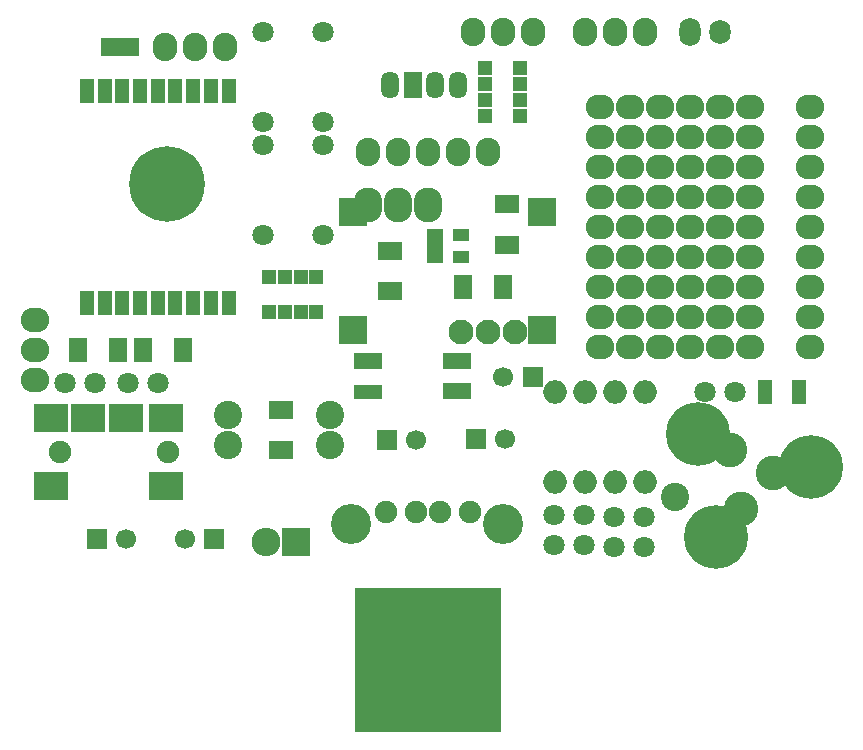
<source format=gbr>
G04 #@! TF.FileFunction,Soldermask,Top*
%FSLAX46Y46*%
G04 Gerber Fmt 4.6, Leading zero omitted, Abs format (unit mm)*
G04 Created by KiCad (PCBNEW 4.0.2+dfsg1-stable) date 2016年08月04日 20時34分36秒*
%MOMM*%
G01*
G04 APERTURE LIST*
%ADD10C,0.100000*%
%ADD11R,2.400000X2.400000*%
%ADD12R,1.300000X2.100000*%
%ADD13C,6.400000*%
%ADD14C,1.901140*%
%ADD15O,3.400000X3.400000*%
%ADD16C,2.099260*%
%ADD17R,1.600000X2.000000*%
%ADD18C,1.700000*%
%ADD19R,1.700000X1.700000*%
%ADD20O,2.432000X2.940000*%
%ADD21C,5.400000*%
%ADD22C,2.940000*%
%ADD23O,2.000000X2.000000*%
%ADD24R,2.398980X1.299160*%
%ADD25R,2.398980X1.400760*%
%ADD26O,1.517600X2.305000*%
%ADD27R,1.517600X2.305000*%
%ADD28O,2.100000X2.400000*%
%ADD29R,1.200000X1.600000*%
%ADD30O,2.400000X2.100000*%
%ADD31C,2.398980*%
%ADD32O,1.800000X2.400000*%
%ADD33O,1.800000X2.100000*%
%ADD34R,1.300000X1.300000*%
%ADD35C,2.400000*%
%ADD36R,2.900000X2.400000*%
%ADD37C,1.900000*%
%ADD38R,1.400000X7.810000*%
%ADD39R,1.400000X6.810000*%
%ADD40R,12.400000X12.150000*%
%ADD41C,1.797000*%
%ADD42R,2.000000X1.600000*%
%ADD43R,2.432000X2.432000*%
%ADD44O,2.432000X2.432000*%
%ADD45R,1.460000X1.050000*%
G04 APERTURE END LIST*
D10*
D11*
X182434500Y-116696500D03*
X182434500Y-106696500D03*
X166434500Y-106696500D03*
X166434500Y-116696500D03*
D12*
X143860000Y-96410000D03*
X143860000Y-114410000D03*
X145360000Y-96410000D03*
X145360000Y-114410000D03*
X146860000Y-96410000D03*
X146860000Y-114410000D03*
X148360000Y-96410000D03*
X148360000Y-114410000D03*
X149860000Y-96410000D03*
X149860000Y-114410000D03*
X151360000Y-96410000D03*
X151360000Y-114410000D03*
X152860000Y-96410000D03*
X152860000Y-114410000D03*
X154360000Y-96410000D03*
X154360000Y-114410000D03*
X155860000Y-96410000D03*
X155860000Y-114410000D03*
D13*
X150660000Y-104310000D03*
D14*
X176276860Y-132077880D03*
X173736860Y-132077880D03*
X171704860Y-132077880D03*
X169164860Y-132077880D03*
D15*
X179064000Y-133110000D03*
X166264000Y-133110000D03*
D16*
X177800000Y-116840000D03*
X180091080Y-116840000D03*
X175508920Y-116840000D03*
D17*
X175670000Y-113030000D03*
X179070000Y-113030000D03*
D18*
X179284000Y-125857000D03*
D19*
X176784000Y-125857000D03*
D20*
X167640000Y-106045000D03*
X170180000Y-106045000D03*
X172720000Y-106045000D03*
D21*
X195622399Y-125469729D03*
X197166131Y-134224670D03*
X205149206Y-128303467D03*
D22*
X198352522Y-126844655D03*
X199234655Y-131847478D03*
X201920353Y-128794733D03*
D23*
X183515000Y-129540000D03*
X186055000Y-129540000D03*
X188595000Y-129540000D03*
X191135000Y-129540000D03*
X191135000Y-121920000D03*
X188595000Y-121920000D03*
X186055000Y-121920000D03*
X183515000Y-121920000D03*
D24*
X167640000Y-121920000D03*
D25*
X167640000Y-119270780D03*
X175239680Y-119270780D03*
X175239680Y-121871740D03*
D26*
X169545000Y-95885000D03*
D27*
X171450000Y-95885000D03*
D26*
X173355000Y-95885000D03*
X175260000Y-95885000D03*
D28*
X155575000Y-92710000D03*
X153035000Y-92710000D03*
X150495000Y-92710000D03*
D29*
X145685000Y-92710000D03*
X147685000Y-92710000D03*
X146685000Y-92710000D03*
D30*
X139446000Y-115824000D03*
X139446000Y-118364000D03*
X139446000Y-120904000D03*
D28*
X167640000Y-101600000D03*
X172720000Y-101600000D03*
X170180000Y-101600000D03*
X175260000Y-101600000D03*
X177800000Y-101600000D03*
D31*
X193675000Y-130810000D03*
D28*
X186055000Y-91440000D03*
X188595000Y-91440000D03*
X191135000Y-91440000D03*
X176530000Y-91440000D03*
X179070000Y-91440000D03*
X181610000Y-91440000D03*
D32*
X194945000Y-91440000D03*
D33*
X197485000Y-91440000D03*
D34*
X180570000Y-98520000D03*
X180570000Y-94520000D03*
X180570000Y-97180000D03*
X180570000Y-95860000D03*
X177570000Y-97180000D03*
X177570000Y-98520000D03*
X177570000Y-94520000D03*
X177570000Y-95860000D03*
D35*
X155829000Y-123825000D03*
X164465000Y-123825000D03*
D36*
X150565000Y-129900000D03*
X140865000Y-129900000D03*
X147165000Y-124100000D03*
X150565000Y-124100000D03*
X140865000Y-124100000D03*
D37*
X141565000Y-127000000D03*
X150765000Y-127000000D03*
D36*
X143965000Y-124100000D03*
D38*
X169220000Y-145560000D03*
D39*
X171720000Y-145060000D03*
X173720000Y-145060000D03*
D38*
X176220000Y-145560000D03*
D40*
X172720000Y-144640000D03*
D41*
X144526000Y-121158000D03*
X141986000Y-121158000D03*
X149860000Y-121158000D03*
X147320000Y-121158000D03*
X183388000Y-134874000D03*
X183388000Y-132334000D03*
X185928000Y-134874000D03*
X185928000Y-132334000D03*
X188468000Y-135001000D03*
X188468000Y-132461000D03*
X191008000Y-135001000D03*
X191008000Y-132461000D03*
X196215000Y-121920000D03*
X198755000Y-121920000D03*
D35*
X155829000Y-126365000D03*
X164465000Y-126365000D03*
D41*
X163830000Y-108585000D03*
X158750000Y-108585000D03*
X163830000Y-100965000D03*
X158750000Y-100965000D03*
D17*
X143129000Y-118364000D03*
X146529000Y-118364000D03*
X148590000Y-118364000D03*
X151990000Y-118364000D03*
D42*
X160274000Y-123444000D03*
X160274000Y-126844000D03*
D19*
X144693000Y-134366000D03*
D18*
X147193000Y-134366000D03*
X152146000Y-134366000D03*
D19*
X154646000Y-134366000D03*
D30*
X205105000Y-118110000D03*
X205105000Y-107950000D03*
X205105000Y-110490000D03*
X205105000Y-115570000D03*
X205105000Y-113030000D03*
X205105000Y-102870000D03*
X205105000Y-105410000D03*
X205105000Y-100330000D03*
X205105000Y-97790000D03*
D19*
X181610000Y-120650000D03*
D18*
X179110000Y-120650000D03*
D30*
X197485000Y-118110000D03*
X197485000Y-107950000D03*
X197485000Y-110490000D03*
X197485000Y-115570000D03*
X197485000Y-113030000D03*
X197485000Y-102870000D03*
X197485000Y-105410000D03*
X197485000Y-100330000D03*
X197485000Y-97790000D03*
X192405000Y-118110000D03*
X192405000Y-107950000D03*
X192405000Y-110490000D03*
X192405000Y-115570000D03*
X192405000Y-113030000D03*
X192405000Y-102870000D03*
X192405000Y-105410000D03*
X192405000Y-100330000D03*
X192405000Y-97790000D03*
X194945000Y-118110000D03*
X194945000Y-107950000D03*
X194945000Y-110490000D03*
X194945000Y-115570000D03*
X194945000Y-113030000D03*
X194945000Y-102870000D03*
X194945000Y-105410000D03*
X194945000Y-100330000D03*
X194945000Y-97790000D03*
X200025000Y-118110000D03*
X200025000Y-107950000D03*
X200025000Y-110490000D03*
X200025000Y-115570000D03*
X200025000Y-113030000D03*
X200025000Y-102870000D03*
X200025000Y-105410000D03*
X200025000Y-100330000D03*
X200025000Y-97790000D03*
X187325000Y-118110000D03*
X187325000Y-107950000D03*
X187325000Y-110490000D03*
X187325000Y-115570000D03*
X187325000Y-113030000D03*
X187325000Y-102870000D03*
X187325000Y-105410000D03*
X187325000Y-100330000D03*
X187325000Y-97790000D03*
X189865000Y-118110000D03*
X189865000Y-107950000D03*
X189865000Y-110490000D03*
X189865000Y-115570000D03*
X189865000Y-113030000D03*
X189865000Y-102870000D03*
X189865000Y-105410000D03*
X189865000Y-100330000D03*
X189865000Y-97790000D03*
D34*
X159290000Y-115165000D03*
X163290000Y-115165000D03*
X160630000Y-115165000D03*
X161950000Y-115165000D03*
X160630000Y-112165000D03*
X159290000Y-112165000D03*
X163290000Y-112165000D03*
X161950000Y-112165000D03*
D43*
X161544000Y-134620000D03*
D44*
X159004000Y-134620000D03*
D12*
X201295000Y-121920000D03*
X204195000Y-121920000D03*
D41*
X158750000Y-91440000D03*
X163830000Y-91440000D03*
X158750000Y-99060000D03*
X163830000Y-99060000D03*
D42*
X169545000Y-113396500D03*
X169545000Y-109996500D03*
X179415188Y-109429868D03*
X179415188Y-106029868D03*
D18*
X171767500Y-125984000D03*
D19*
X169267500Y-125984000D03*
D45*
X173355000Y-108590000D03*
X173355000Y-109540000D03*
X173355000Y-110490000D03*
X175555000Y-110490000D03*
X175555000Y-108590000D03*
M02*

</source>
